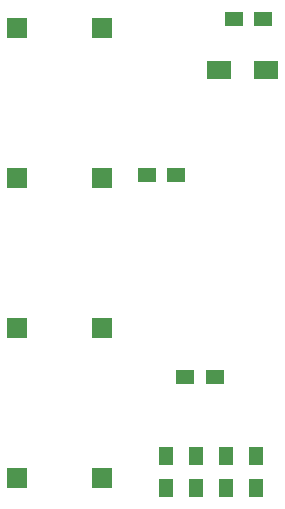
<source format=gbp>
G04 #@! TF.FileFunction,Paste,Bot*
%FSLAX46Y46*%
G04 Gerber Fmt 4.6, Leading zero omitted, Abs format (unit mm)*
G04 Created by KiCad (PCBNEW 4.0.2-stable) date Monday, December 19, 2016 'PMt' 09:34:40 PM*
%MOMM*%
G01*
G04 APERTURE LIST*
%ADD10C,0.100000*%
%ADD11R,1.500000X1.250000*%
%ADD12R,2.000000X1.600000*%
%ADD13R,1.800000X1.800000*%
%ADD14R,1.300000X1.500000*%
G04 APERTURE END LIST*
D10*
D11*
X154158000Y-71374000D03*
X151658000Y-71374000D03*
D12*
X154400000Y-75692000D03*
X150400000Y-75692000D03*
D11*
X144266600Y-84556600D03*
X146766600Y-84556600D03*
X150043200Y-101650800D03*
X147543200Y-101650800D03*
D13*
X140481000Y-72136000D03*
X133331000Y-72136000D03*
X140481000Y-84836000D03*
X133331000Y-84836000D03*
X133331000Y-97536000D03*
X140481000Y-97536000D03*
X140481000Y-110236000D03*
X133331000Y-110236000D03*
D14*
X153543000Y-111078000D03*
X153543000Y-108378000D03*
X151003000Y-111078000D03*
X151003000Y-108378000D03*
X148463000Y-111078000D03*
X148463000Y-108378000D03*
X145923000Y-111078000D03*
X145923000Y-108378000D03*
M02*

</source>
